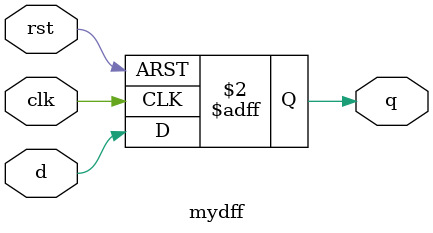
<source format=v>
`timescale 1ns / 1ps
module mydff(clk, rst, d, q);
    input clk;
    input rst;
    input d;
    output q;
    reg q; // one register for q
	 
	 always @(posedge clk or posedge rst) begin
		if(rst) 
			q = 0; // reset the stored bit to 0
		else
			q = d; // output the stored bit by the input data
	 end

endmodule

</source>
